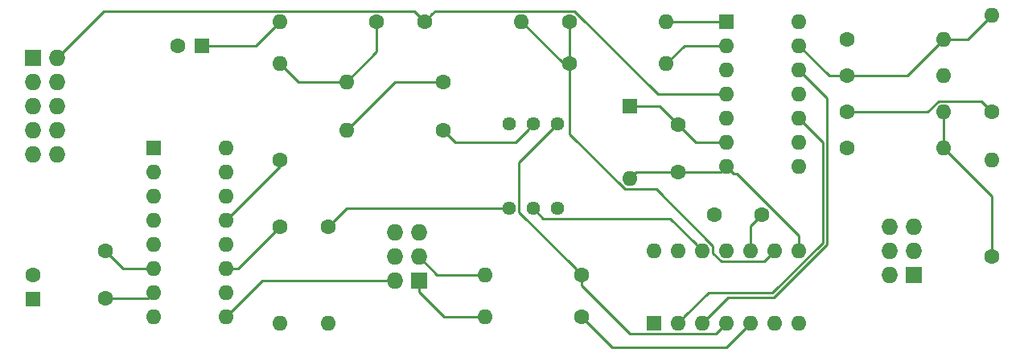
<source format=gbr>
G04 #@! TF.GenerationSoftware,KiCad,Pcbnew,5.1.4-e60b266~84~ubuntu18.04.1*
G04 #@! TF.CreationDate,2020-01-27T23:34:11+00:00*
G04 #@! TF.ProjectId,fco_v1,66636f5f-7631-42e6-9b69-6361645f7063,rev?*
G04 #@! TF.SameCoordinates,Original*
G04 #@! TF.FileFunction,Copper,L2,Bot*
G04 #@! TF.FilePolarity,Positive*
%FSLAX46Y46*%
G04 Gerber Fmt 4.6, Leading zero omitted, Abs format (unit mm)*
G04 Created by KiCad (PCBNEW 5.1.4-e60b266~84~ubuntu18.04.1) date 2020-01-27 23:34:11*
%MOMM*%
%LPD*%
G04 APERTURE LIST*
%ADD10O,1.727200X1.727200*%
%ADD11R,1.727200X1.727200*%
%ADD12C,1.600000*%
%ADD13O,1.600000X1.600000*%
%ADD14R,1.600000X1.600000*%
%ADD15C,1.440000*%
%ADD16C,0.250000*%
G04 APERTURE END LIST*
D10*
X102870000Y-88900000D03*
X105410000Y-88900000D03*
X102870000Y-91440000D03*
X105410000Y-91440000D03*
X102870000Y-93980000D03*
D11*
X105410000Y-93980000D03*
D12*
X141525000Y-86995000D03*
X136525000Y-86995000D03*
D10*
X67310000Y-80645000D03*
X64770000Y-80645000D03*
X67310000Y-78105000D03*
X64770000Y-78105000D03*
X67310000Y-75565000D03*
X64770000Y-75565000D03*
X67310000Y-73025000D03*
X64770000Y-73025000D03*
X67310000Y-70485000D03*
D11*
X64770000Y-70485000D03*
D13*
X130175000Y-90805000D03*
X145415000Y-98425000D03*
X132715000Y-90805000D03*
X142875000Y-98425000D03*
X135255000Y-90805000D03*
X140335000Y-98425000D03*
X137795000Y-90805000D03*
X137795000Y-98425000D03*
X140335000Y-90805000D03*
X135255000Y-98425000D03*
X142875000Y-90805000D03*
X132715000Y-98425000D03*
X145415000Y-90805000D03*
D14*
X130175000Y-98425000D03*
D13*
X85090000Y-80010000D03*
X77470000Y-97790000D03*
X85090000Y-82550000D03*
X77470000Y-95250000D03*
X85090000Y-85090000D03*
X77470000Y-92710000D03*
X85090000Y-87630000D03*
X77470000Y-90170000D03*
X85090000Y-90170000D03*
X77470000Y-87630000D03*
X85090000Y-92710000D03*
X77470000Y-85090000D03*
X85090000Y-95250000D03*
X77470000Y-82550000D03*
X85090000Y-97790000D03*
D14*
X77470000Y-80010000D03*
D15*
X114935000Y-77470000D03*
X117475000Y-77470000D03*
X120015000Y-77470000D03*
D10*
X154940000Y-88265000D03*
X157480000Y-88265000D03*
X154940000Y-90805000D03*
X157480000Y-90805000D03*
X154940000Y-93345000D03*
D11*
X157480000Y-93345000D03*
D13*
X145415000Y-66675000D03*
X137795000Y-81915000D03*
X145415000Y-69215000D03*
X137795000Y-79375000D03*
X145415000Y-71755000D03*
X137795000Y-76835000D03*
X145415000Y-74295000D03*
X137795000Y-74295000D03*
X145415000Y-76835000D03*
X137795000Y-71755000D03*
X145415000Y-79375000D03*
X137795000Y-69215000D03*
X145415000Y-81915000D03*
D14*
X137795000Y-66675000D03*
D15*
X114935000Y-86360000D03*
X117475000Y-86360000D03*
X120015000Y-86360000D03*
D13*
X160655000Y-80010000D03*
D12*
X150495000Y-80010000D03*
D13*
X160655000Y-68580000D03*
D12*
X150495000Y-68580000D03*
D13*
X160655000Y-76200000D03*
D12*
X150495000Y-76200000D03*
D13*
X165735000Y-66040000D03*
D12*
X165735000Y-76200000D03*
D13*
X165735000Y-81280000D03*
D12*
X165735000Y-91440000D03*
D13*
X160655000Y-72390000D03*
D12*
X150495000Y-72390000D03*
D13*
X116205000Y-66675000D03*
D12*
X106045000Y-66675000D03*
D13*
X131445000Y-71120000D03*
D12*
X121285000Y-71120000D03*
D13*
X131445000Y-66675000D03*
D12*
X121285000Y-66675000D03*
D13*
X112395000Y-97790000D03*
D12*
X122555000Y-97790000D03*
D13*
X112395000Y-93345000D03*
D12*
X122555000Y-93345000D03*
D13*
X95885000Y-98425000D03*
D12*
X95885000Y-88265000D03*
D13*
X97790000Y-78105000D03*
D12*
X107950000Y-78105000D03*
D13*
X97790000Y-73025000D03*
D12*
X107950000Y-73025000D03*
X100965000Y-66675000D03*
D13*
X90805000Y-66675000D03*
X90805000Y-71120000D03*
D12*
X90805000Y-81280000D03*
D13*
X90805000Y-98425000D03*
D12*
X90805000Y-88265000D03*
D13*
X127635000Y-83185000D03*
D14*
X127635000Y-75565000D03*
D12*
X64770000Y-93385000D03*
D14*
X64770000Y-95885000D03*
D12*
X132715000Y-77550000D03*
X132715000Y-82550000D03*
X80050000Y-69215000D03*
D14*
X82550000Y-69215000D03*
D12*
X72390000Y-95805000D03*
X72390000Y-90805000D03*
D16*
X76915000Y-95805000D02*
X77470000Y-95250000D01*
X72390000Y-95805000D02*
X76915000Y-95805000D01*
X74295000Y-92710000D02*
X77470000Y-92710000D01*
X72390000Y-90805000D02*
X74295000Y-92710000D01*
X88265000Y-69215000D02*
X90805000Y-66675000D01*
X82550000Y-69215000D02*
X88265000Y-69215000D01*
X102870000Y-73025000D02*
X107950000Y-73025000D01*
X97790000Y-78105000D02*
X102870000Y-73025000D01*
X134540000Y-79375000D02*
X137795000Y-79375000D01*
X132715000Y-77550000D02*
X134540000Y-79375000D01*
X130730000Y-75565000D02*
X127635000Y-75565000D01*
X132715000Y-77550000D02*
X130730000Y-75565000D01*
X137160000Y-82550000D02*
X137795000Y-81915000D01*
X132715000Y-82550000D02*
X137160000Y-82550000D01*
X128270000Y-82550000D02*
X127635000Y-83185000D01*
X132715000Y-82550000D02*
X128270000Y-82550000D01*
X145415000Y-89673630D02*
X145415000Y-90805000D01*
X145415000Y-89219998D02*
X145415000Y-89673630D01*
X138910001Y-82714999D02*
X145415000Y-89219998D01*
X138594999Y-82714999D02*
X138910001Y-82714999D01*
X137795000Y-81915000D02*
X138594999Y-82714999D01*
X164935001Y-75400001D02*
X165735000Y-76200000D01*
X164609999Y-75074999D02*
X164935001Y-75400001D01*
X160114999Y-75074999D02*
X164609999Y-75074999D01*
X158989998Y-76200000D02*
X160114999Y-75074999D01*
X150495000Y-76200000D02*
X158989998Y-76200000D01*
X140335000Y-88185000D02*
X140335000Y-90805000D01*
X141525000Y-86995000D02*
X140335000Y-88185000D01*
X86360000Y-92710000D02*
X90805000Y-88265000D01*
X85090000Y-92710000D02*
X86360000Y-92710000D01*
X100965000Y-69850000D02*
X97790000Y-73025000D01*
X100965000Y-66675000D02*
X100965000Y-69850000D01*
X92710000Y-73025000D02*
X90805000Y-71120000D01*
X97790000Y-73025000D02*
X92710000Y-73025000D01*
X90805000Y-81915000D02*
X90805000Y-81280000D01*
X85090000Y-87630000D02*
X90805000Y-81915000D01*
X115570000Y-79375000D02*
X116755001Y-78189999D01*
X116755001Y-78189999D02*
X117475000Y-77470000D01*
X109220000Y-79375000D02*
X115570000Y-79375000D01*
X107950000Y-78105000D02*
X109220000Y-79375000D01*
X136995001Y-99224999D02*
X137795000Y-98425000D01*
X136669999Y-99550001D02*
X136995001Y-99224999D01*
X127628631Y-99550001D02*
X136669999Y-99550001D01*
X122555000Y-94476370D02*
X127628631Y-99550001D01*
X122555000Y-93345000D02*
X122555000Y-94476370D01*
X121755001Y-92545001D02*
X122555000Y-93345000D01*
X115980001Y-86770001D02*
X121755001Y-92545001D01*
X115980001Y-81504999D02*
X115980001Y-86770001D01*
X120015000Y-77470000D02*
X115980001Y-81504999D01*
X97790000Y-86360000D02*
X95885000Y-88265000D01*
X114935000Y-86360000D02*
X97790000Y-86360000D01*
X139535001Y-99224999D02*
X140335000Y-98425000D01*
X122555000Y-97790000D02*
X125730000Y-100965000D01*
X137795000Y-100965000D02*
X139535001Y-99224999D01*
X125730000Y-100965000D02*
X137795000Y-100965000D01*
X136745000Y-66675000D02*
X131445000Y-66675000D01*
X137795000Y-66675000D02*
X136745000Y-66675000D01*
X120650000Y-71120000D02*
X121285000Y-71120000D01*
X116205000Y-66675000D02*
X120650000Y-71120000D01*
X121285000Y-71120000D02*
X121285000Y-66675000D01*
X127094999Y-84310001D02*
X121285000Y-78500002D01*
X121285000Y-72251370D02*
X121285000Y-71120000D01*
X121285000Y-78500002D02*
X121285000Y-72251370D01*
X130425003Y-84310001D02*
X127094999Y-84310001D01*
X136380001Y-90264999D02*
X130425003Y-84310001D01*
X136380001Y-91055003D02*
X136380001Y-90264999D01*
X137254999Y-91930001D02*
X136380001Y-91055003D01*
X141749999Y-91930001D02*
X137254999Y-91930001D01*
X142875000Y-90805000D02*
X141749999Y-91930001D01*
X133350000Y-69215000D02*
X131445000Y-71120000D01*
X137795000Y-69215000D02*
X133350000Y-69215000D01*
X106844999Y-65875001D02*
X106045000Y-66675000D01*
X121825001Y-65549999D02*
X107170001Y-65549999D01*
X107170001Y-65549999D02*
X106844999Y-65875001D01*
X130570002Y-74295000D02*
X121825001Y-65549999D01*
X137795000Y-74295000D02*
X130570002Y-74295000D01*
X68173599Y-69621401D02*
X67310000Y-70485000D01*
X72245001Y-65549999D02*
X68173599Y-69621401D01*
X104919999Y-65549999D02*
X72245001Y-65549999D01*
X106045000Y-66675000D02*
X104919999Y-65549999D01*
X148590000Y-72390000D02*
X150495000Y-72390000D01*
X145415000Y-69215000D02*
X148590000Y-72390000D01*
X156845000Y-72390000D02*
X160655000Y-68580000D01*
X150495000Y-72390000D02*
X156845000Y-72390000D01*
X163195000Y-68580000D02*
X165735000Y-66040000D01*
X160655000Y-68580000D02*
X163195000Y-68580000D01*
X165735000Y-85090000D02*
X160655000Y-80010000D01*
X165735000Y-91440000D02*
X165735000Y-85090000D01*
X160655000Y-77331370D02*
X160655000Y-80010000D01*
X160655000Y-76200000D02*
X160655000Y-77331370D01*
X134455001Y-90005001D02*
X135255000Y-90805000D01*
X131855001Y-87405001D02*
X134455001Y-90005001D01*
X118520001Y-87405001D02*
X131855001Y-87405001D01*
X117475000Y-86360000D02*
X118520001Y-87405001D01*
X142821403Y-95700009D02*
X148405010Y-90116402D01*
X148405010Y-90116402D02*
X148405010Y-74745010D01*
X137979990Y-95700010D02*
X142821403Y-95700009D01*
X146214999Y-72554999D02*
X145415000Y-71755000D01*
X148405010Y-74745010D02*
X146214999Y-72554999D01*
X135255000Y-98425000D02*
X137979990Y-95700010D01*
X133514999Y-97625001D02*
X132715000Y-98425000D01*
X135890000Y-95250000D02*
X133514999Y-97625001D01*
X142635002Y-95250000D02*
X135890000Y-95250000D01*
X147955000Y-89930002D02*
X142635002Y-95250000D01*
X145415000Y-76835000D02*
X147955000Y-79375000D01*
X147955000Y-79375000D02*
X147955000Y-89930002D01*
X111263630Y-97790000D02*
X112395000Y-97790000D01*
X105410000Y-95093600D02*
X108106400Y-97790000D01*
X108106400Y-97790000D02*
X111263630Y-97790000D01*
X105410000Y-93980000D02*
X105410000Y-95093600D01*
X107315000Y-93345000D02*
X112395000Y-93345000D01*
X105410000Y-91440000D02*
X107315000Y-93345000D01*
X88900000Y-93980000D02*
X102870000Y-93980000D01*
X85090000Y-97790000D02*
X88900000Y-93980000D01*
M02*

</source>
